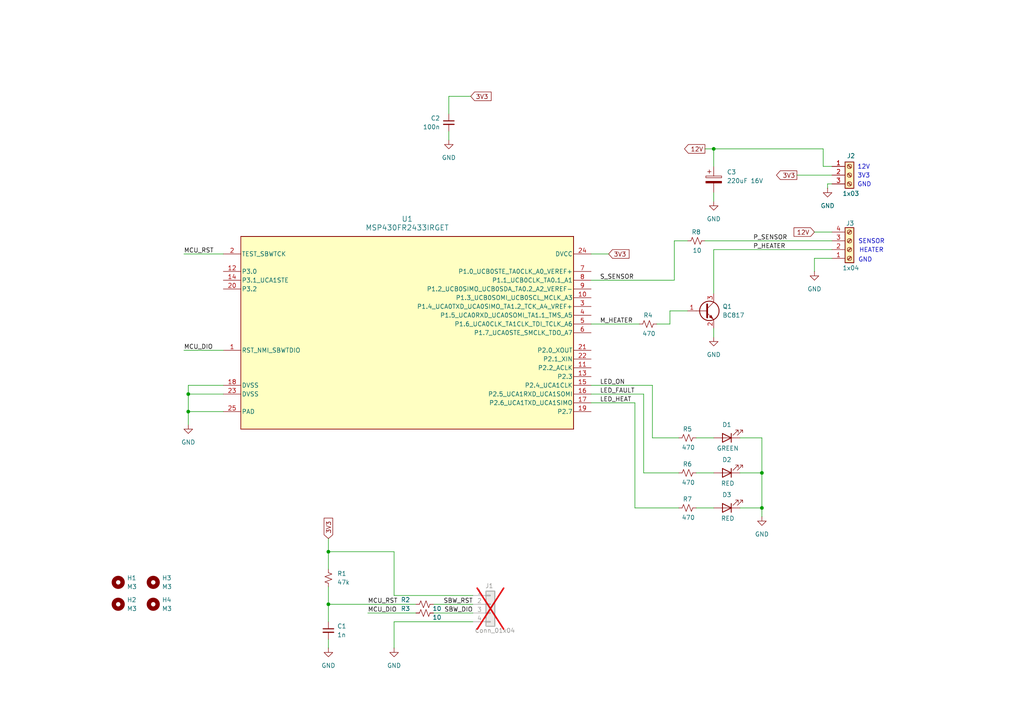
<source format=kicad_sch>
(kicad_sch (version 20250114) (generator "eeschema") (generator_version "9.0")
  (paper "A4")
  (lib_symbols
    (symbol "Connector:Screw_Terminal_01x03" (pin_names (offset 1.016) (hide yes))
      (property "Reference" "J" (at 0 5.08 0))
      (property "Value" "Screw_Terminal_01x03" (at 0 -5.08 0))
      (symbol "Screw_Terminal_01x03_1_1"
        (rectangle (start -1.27 3.81) (end 1.27 -3.81) (stroke (width 0.254)) (fill (type background)))
        (polyline (pts (xy -0.5334 2.8702) (xy 0.3302 2.032)) (stroke (width 0.1524)))
        (polyline (pts (xy -0.5334 0.3302) (xy 0.3302 -0.508)) (stroke (width 0.1524)))
        (polyline (pts (xy -0.5334 -2.2098) (xy 0.3302 -3.048)) (stroke (width 0.1524)))
        (polyline (pts (xy -0.3556 3.048) (xy 0.508 2.2098)) (stroke (width 0.1524)))
        (polyline (pts (xy -0.3556 0.508) (xy 0.508 -0.3302)) (stroke (width 0.1524)))
        (polyline (pts (xy -0.3556 -2.032) (xy 0.508 -2.8702)) (stroke (width 0.1524)))
        (circle (center 0 2.54) (radius 0.635) (stroke (width 0.1524)))
        (circle (center 0 0) (radius 0.635) (stroke (width 0.1524)))
        (circle (center 0 -2.54) (radius 0.635) (stroke (width 0.1524)))
        (pin passive line (at -5.08 2.54 0) (length 3.81) (name "Pin_1") (number "1"))
        (pin passive line (at -5.08 0 0) (length 3.81) (name "Pin_2") (number "2"))
        (pin passive line (at -5.08 -2.54 0) (length 3.81) (name "Pin_3") (number "3"))
      )
    )
    (symbol "Connector:Screw_Terminal_01x04" (pin_names (offset 1.016) (hide yes))
      (property "Reference" "J" (at 0 5.08 0))
      (property "Value" "Screw_Terminal_01x04" (at 0 -7.62 0))
      (symbol "Screw_Terminal_01x04_1_1"
        (rectangle (start -1.27 3.81) (end 1.27 -6.35) (stroke (width 0.254)) (fill (type background)))
        (polyline (pts (xy -0.5334 2.8702) (xy 0.3302 2.032)) (stroke (width 0.1524)))
        (polyline (pts (xy -0.5334 0.3302) (xy 0.3302 -0.508)) (stroke (width 0.1524)))
        (polyline (pts (xy -0.5334 -2.2098) (xy 0.3302 -3.048)) (stroke (width 0.1524)))
        (polyline (pts (xy -0.5334 -4.7498) (xy 0.3302 -5.588)) (stroke (width 0.1524)))
        (polyline (pts (xy -0.3556 3.048) (xy 0.508 2.2098)) (stroke (width 0.1524)))
        (polyline (pts (xy -0.3556 0.508) (xy 0.508 -0.3302)) (stroke (width 0.1524)))
        (polyline (pts (xy -0.3556 -2.032) (xy 0.508 -2.8702)) (stroke (width 0.1524)))
        (polyline (pts (xy -0.3556 -4.572) (xy 0.508 -5.4102)) (stroke (width 0.1524)))
        (circle (center 0 2.54) (radius 0.635) (stroke (width 0.1524)))
        (circle (center 0 0) (radius 0.635) (stroke (width 0.1524)))
        (circle (center 0 -2.54) (radius 0.635) (stroke (width 0.1524)))
        (circle (center 0 -5.08) (radius 0.635) (stroke (width 0.1524)))
        (pin passive line (at -5.08 2.54 0) (length 3.81) (name "Pin_1") (number "1"))
        (pin passive line (at -5.08 0 0) (length 3.81) (name "Pin_2") (number "2"))
        (pin passive line (at -5.08 -2.54 0) (length 3.81) (name "Pin_3") (number "3"))
        (pin passive line (at -5.08 -5.08 0) (length 3.81) (name "Pin_4") (number "4"))
      )
    )
    (symbol "Connector_Generic:Conn_01x04" (pin_names (offset 1.016) (hide yes))
      (property "Reference" "J" (at 0 5.08 0))
      (property "Value" "Conn_01x04" (at 0 -7.62 0))
      (symbol "Conn_01x04_1_1"
        (rectangle (start -1.27 3.81) (end 1.27 -6.35) (stroke (width 0.254)) (fill (type background)))
        (rectangle (start -1.27 2.667) (end 0 2.413) (stroke (width 0.1524)))
        (rectangle (start -1.27 0.127) (end 0 -0.127) (stroke (width 0.1524)))
        (rectangle (start -1.27 -2.413) (end 0 -2.667) (stroke (width 0.1524)))
        (rectangle (start -1.27 -4.953) (end 0 -5.207) (stroke (width 0.1524)))
        (pin passive line (at -5.08 2.54 0) (length 3.81) (name "Pin_1") (number "1"))
        (pin passive line (at -5.08 0 0) (length 3.81) (name "Pin_2") (number "2"))
        (pin passive line (at -5.08 -2.54 0) (length 3.81) (name "Pin_3") (number "3"))
        (pin passive line (at -5.08 -5.08 0) (length 3.81) (name "Pin_4") (number "4"))
      )
    )
    (symbol "Device:C_Polarized" (pin_numbers (hide yes)) (pin_names (offset 0.254))
      (property "Reference" "C" (at 0.635 2.54 0))
      (property "Value" "C_Polarized" (at 0.635 -2.54 0))
      (symbol "C_Polarized_0_1"
        (rectangle (start -2.286 0.508) (end 2.286 1.016))
        (polyline (pts (xy -1.778 2.286) (xy -0.762 2.286)))
        (polyline (pts (xy -1.27 2.794) (xy -1.27 1.778)))
        (rectangle (start 2.286 -0.508) (end -2.286 -1.016) (fill (type outline)))
      )
      (symbol "C_Polarized_1_1"
        (pin passive line (at 0 3.81 270) (length 2.794) (name "~") (number "1"))
        (pin passive line (at 0 -3.81 90) (length 2.794) (name "~") (number "2"))
      )
    )
    (symbol "Device:C_Small" (pin_numbers (hide yes)) (pin_names (offset 0.254) (hide yes))
      (property "Reference" "C" (at 0.254 1.778 0))
      (property "Value" "C_Small" (at 0.254 -2.032 0))
      (symbol "C_Small_0_1"
        (polyline (pts (xy -1.524 0.508) (xy 1.524 0.508)) (stroke (width 0.3048)))
        (polyline (pts (xy -1.524 -0.508) (xy 1.524 -0.508)) (stroke (width 0.3302)))
      )
      (symbol "C_Small_1_1"
        (pin passive line (at 0 2.54 270) (length 2.032) (name "~") (number "1"))
        (pin passive line (at 0 -2.54 90) (length 2.032) (name "~") (number "2"))
      )
    )
    (symbol "Device:LED" (pin_numbers (hide yes)) (pin_names (offset 1.016) (hide yes))
      (property "Reference" "D" (at 0 2.54 0))
      (property "Value" "LED" (at 0 -2.54 0))
      (symbol "LED_0_1"
        (polyline (pts (xy -3.048 -0.762) (xy -4.572 -2.286) (xy -3.81 -2.286) (xy -4.572 -2.286) (xy -4.572 -1.524)))
        (polyline (pts (xy -1.778 -0.762) (xy -3.302 -2.286) (xy -2.54 -2.286) (xy -3.302 -2.286) (xy -3.302 -1.524)))
        (polyline (pts (xy -1.27 0) (xy 1.27 0)))
        (polyline (pts (xy -1.27 -1.27) (xy -1.27 1.27)) (stroke (width 0.254)))
        (polyline (pts (xy 1.27 -1.27) (xy 1.27 1.27) (xy -1.27 0) (xy 1.27 -1.27)) (stroke (width 0.254)))
      )
      (symbol "LED_1_1"
        (pin passive line (at -3.81 0 0) (length 2.54) (name "K") (number "1"))
        (pin passive line (at 3.81 0 180) (length 2.54) (name "A") (number "2"))
      )
    )
    (symbol "Device:R_Small_US" (pin_numbers (hide yes)) (pin_names (offset 0.254) (hide yes))
      (property "Reference" "R" (at 0.762 0.508 0))
      (property "Value" "R_Small_US" (at 0.762 -1.016 0))
      (symbol "R_Small_US_1_1"
        (polyline (pts (xy 0 1.524) (xy 1.016 1.143) (xy 0 0.762) (xy -1.016 0.381) (xy 0 0)))
        (polyline (pts (xy 0 0) (xy 1.016 -0.381) (xy 0 -0.762) (xy -1.016 -1.143) (xy 0 -1.524)))
        (pin passive line (at 0 2.54 270) (length 1.016) (name "~") (number "1"))
        (pin passive line (at 0 -2.54 90) (length 1.016) (name "~") (number "2"))
      )
    )
    (symbol "MSP430FR2433:MSP430FR2433IRGET" (pin_names (offset 0.254))
      (property "Reference" "U" (at -47.498 29.464 0))
      (property "Value" "MSP430FR2433IRGET" (at -35.306 -29.464 0))
      (symbol "MSP430FR2433IRGET_0_1"
        (polyline (pts (xy -48.26 27.94) (xy -48.26 -27.94)) (stroke (width 0.2032)))
        (polyline (pts (xy -48.26 -27.94) (xy 48.26 -27.94)) (stroke (width 0.2032)))
        (polyline (pts (xy 48.26 27.94) (xy -48.26 27.94)) (stroke (width 0.2032)))
        (polyline (pts (xy 48.26 -27.94) (xy 48.26 27.94)) (stroke (width 0.2032)))
        (pin power_in line (at -53.34 22.86 0) (length 5.08) (name "DVCC") (number "24"))
        (pin bidirectional line (at -53.34 17.78 0) (length 5.08) (name "P1.0_UCB0STE_TA0CLK_A0_VEREF+") (number "7"))
        (pin bidirectional line (at -53.34 15.24 0) (length 5.08) (name "P1.1_UCB0CLK_TA0.1_A1") (number "8"))
        (pin bidirectional line (at -53.34 12.7 0) (length 5.08) (name "P1.2_UCB0SIMO_UCB0SDA_TA0.2_A2_VEREF-") (number "9"))
        (pin bidirectional line (at -53.34 10.16 0) (length 5.08) (name "P1.3_UCB0SOMI_UCB0SCL_MCLK_A3") (number "10"))
        (pin bidirectional line (at -53.34 7.62 0) (length 5.08) (name "P1.4_UCA0TXD_UCA0SIMO_TA1.2_TCK_A4_VREF+") (number "3"))
        (pin bidirectional line (at -53.34 5.08 0) (length 5.08) (name "P1.5_UCA0RXD_UCA0SOMI_TA1.1_TMS_A5") (number "4"))
        (pin bidirectional line (at -53.34 2.54 0) (length 5.08) (name "P1.6_UCA0CLK_TA1CLK_TDI_TCLK_A6") (number "5"))
        (pin bidirectional line (at -53.34 0 0) (length 5.08) (name "P1.7_UCA0STE_SMCLK_TDO_A7") (number "6"))
        (pin bidirectional line (at -53.34 -5.08 0) (length 5.08) (name "P2.0_XOUT") (number "21"))
        (pin bidirectional line (at -53.34 -7.62 0) (length 5.08) (name "P2.1_XIN") (number "22"))
        (pin bidirectional line (at -53.34 -10.16 0) (length 5.08) (name "P2.2_ACLK") (number "11"))
        (pin bidirectional line (at -53.34 -12.7 0) (length 5.08) (name "P2.3") (number "13"))
        (pin bidirectional line (at -53.34 -15.24 0) (length 5.08) (name "P2.4_UCA1CLK") (number "15"))
        (pin bidirectional line (at -53.34 -17.78 0) (length 5.08) (name "P2.5_UCA1RXD_UCA1SOMI") (number "16"))
        (pin bidirectional line (at -53.34 -20.32 0) (length 5.08) (name "P2.6_UCA1TXD_UCA1SIMO") (number "17"))
        (pin bidirectional line (at -53.34 -22.86 0) (length 5.08) (name "P2.7") (number "19"))
        (pin input line (at 53.34 22.86 180) (length 5.08) (name "TEST_SBWTCK") (number "2"))
        (pin bidirectional line (at 53.34 17.78 180) (length 5.08) (name "P3.0") (number "12"))
        (pin bidirectional line (at 53.34 15.24 180) (length 5.08) (name "P3.1_UCA1STE") (number "14"))
        (pin bidirectional line (at 53.34 12.7 180) (length 5.08) (name "P3.2") (number "20"))
        (pin bidirectional line (at 53.34 -5.08 180) (length 5.08) (name "RST_NMI_SBWTDIO") (number "1"))
        (pin power_in line (at 53.34 -15.24 180) (length 5.08) (name "DVSS") (number "18"))
        (pin power_in line (at 53.34 -17.78 180) (length 5.08) (name "DVSS") (number "23"))
        (pin power_in line (at 53.34 -22.86 180) (length 5.08) (name "PAD") (number "25"))
      )
      (symbol "MSP430FR2433IRGET_1_1"
        (rectangle (start -48.26 27.94) (end 48.26 -27.94) (fill (type background)))
      )
    )
    (symbol "Mechanical:MountingHole" (pin_names (offset 1.016)) (in_bom no)
      (property "Reference" "H" (at 0 5.08 0))
      (property "Value" "MountingHole" (at 0 3.175 0))
      (symbol "MountingHole_0_1"
        (circle (center 0 0) (radius 1.27) (stroke (width 1.27)))
      )
    )
    (symbol "Transistor_BJT:BC817" (pin_names (offset 0) (hide yes))
      (property "Reference" "Q" (at 5.08 1.905 0))
      (property "Value" "BC817" (at 5.08 0 0))
      (symbol "BC817_0_1"
        (polyline (pts (xy -2.54 0) (xy 0.635 0)))
        (polyline (pts (xy 0.635 1.905) (xy 0.635 -1.905)) (stroke (width 0.508)))
        (circle (center 1.27 0) (radius 2.8194) (stroke (width 0.254)))
      )
      (symbol "BC817_1_1"
        (polyline (pts (xy 0.635 0.635) (xy 2.54 2.54)))
        (polyline (pts (xy 0.635 -0.635) (xy 2.54 -2.54)))
        (polyline (pts (xy 1.27 -1.778) (xy 1.778 -1.27) (xy 2.286 -2.286) (xy 1.27 -1.778)) (fill (type outline)))
        (pin input line (at -5.08 0 0) (length 2.54) (name "B") (number "1"))
        (pin passive line (at 2.54 5.08 270) (length 2.54) (name "C") (number "3"))
        (pin passive line (at 2.54 -5.08 90) (length 2.54) (name "E") (number "2"))
      )
    )
    (symbol "power:GND" (power) (pin_numbers (hide yes)) (pin_names (offset 0) (hide yes))
      (property "Value" "GND" (at 0 -3.81 0))
      (symbol "GND_0_1"
        (polyline (pts (xy 0 0) (xy 0 -1.27) (xy 1.27 -1.27) (xy 0 -2.54) (xy -1.27 -1.27) (xy 0 -1.27)))
      )
      (symbol "GND_1_1"
        (pin power_in line (at 0 0 270) (length 0) (name "~") (number "1"))
      )
    )
  )
  (text "GND" (at 248.92 75.438 0) (effects (font (size 1.27 1.27)) (justify left)))
  (text "HEATER" (at 249.174 72.644 0) (effects (font (size 1.27 1.27)) (justify left)))
  (text "SENSOR" (at 248.92 70.104 0) (effects (font (size 1.27 1.27)) (justify left)))
  (text "12V" (at 248.666 48.514 0) (effects (font (size 1.27 1.27)) (justify left)))
  (text "3V3" (at 248.666 51.054 0) (effects (font (size 1.27 1.27)) (justify left)))
  (text "GND" (at 248.666 53.594 0) (effects (font (size 1.27 1.27)) (justify left)))
  (junction (at 95.25 160.02))
  (junction (at 220.98 137.16))
  (junction (at 207.01 43.18))
  (junction (at 220.98 147.32))
  (junction (at 54.61 114.3))
  (junction (at 95.25 175.26))
  (junction (at 54.61 119.38))
  (wire (pts (xy 207.01 55.88) (xy 207.01 58.42)))
  (wire (pts (xy 106.68 177.8) (xy 120.65 177.8)))
  (wire (pts (xy 130.175 27.94) (xy 130.175 33.02)))
  (wire (pts (xy 207.01 72.39) (xy 241.3 72.39)))
  (wire (pts (xy 194.31 90.17) (xy 199.39 90.17)))
  (wire (pts (xy 196.85 127) (xy 189.23 127)))
  (wire (pts (xy 54.61 123.19) (xy 54.61 119.38)))
  (wire (pts (xy 184.15 116.84) (xy 184.15 147.32)))
  (wire (pts (xy 64.77 73.66) (xy 53.34 73.66)))
  (wire (pts (xy 64.77 119.38) (xy 54.61 119.38)))
  (wire (pts (xy 125.73 175.26) (xy 137.16 175.26)))
  (wire (pts (xy 220.98 149.86) (xy 220.98 147.32)))
  (wire (pts (xy 241.3 53.34) (xy 240.03 53.34)))
  (wire (pts (xy 64.77 114.3) (xy 54.61 114.3)))
  (wire (pts (xy 114.3 180.34) (xy 114.3 187.96)))
  (wire (pts (xy 171.45 93.98) (xy 185.42 93.98)))
  (wire (pts (xy 220.98 137.16) (xy 220.98 127)))
  (wire (pts (xy 114.3 172.72) (xy 137.16 172.72)))
  (wire (pts (xy 95.25 185.42) (xy 95.25 187.96)))
  (wire (pts (xy 238.76 48.26) (xy 241.3 48.26)))
  (wire (pts (xy 171.45 114.3) (xy 186.69 114.3)))
  (wire (pts (xy 95.25 170.18) (xy 95.25 175.26)))
  (wire (pts (xy 195.58 69.85) (xy 199.39 69.85)))
  (wire (pts (xy 190.5 93.98) (xy 194.31 93.98)))
  (wire (pts (xy 189.23 127) (xy 189.23 111.76)))
  (wire (pts (xy 130.175 38.1) (xy 130.175 40.64)))
  (wire (pts (xy 171.45 81.28) (xy 195.58 81.28)))
  (wire (pts (xy 114.3 160.02) (xy 114.3 172.72)))
  (wire (pts (xy 171.45 116.84) (xy 184.15 116.84)))
  (wire (pts (xy 64.77 101.6) (xy 53.34 101.6)))
  (wire (pts (xy 231.14 50.8) (xy 241.3 50.8)))
  (wire (pts (xy 207.01 95.25) (xy 207.01 97.79)))
  (wire (pts (xy 238.76 43.18) (xy 238.76 48.26)))
  (wire (pts (xy 184.15 147.32) (xy 196.85 147.32)))
  (wire (pts (xy 201.93 127) (xy 207.01 127)))
  (wire (pts (xy 54.61 114.3) (xy 54.61 111.76)))
  (wire (pts (xy 240.03 53.34) (xy 240.03 54.61)))
  (wire (pts (xy 201.93 137.16) (xy 207.01 137.16)))
  (wire (pts (xy 189.23 111.76) (xy 171.45 111.76)))
  (wire (pts (xy 125.73 177.8) (xy 137.16 177.8)))
  (wire (pts (xy 54.61 119.38) (xy 54.61 114.3)))
  (wire (pts (xy 201.93 147.32) (xy 207.01 147.32)))
  (wire (pts (xy 176.53 73.66) (xy 171.45 73.66)))
  (wire (pts (xy 236.22 67.31) (xy 241.3 67.31)))
  (wire (pts (xy 194.31 93.98) (xy 194.31 90.17)))
  (wire (pts (xy 207.01 85.09) (xy 207.01 72.39)))
  (wire (pts (xy 137.16 180.34) (xy 114.3 180.34)))
  (wire (pts (xy 207.01 43.18) (xy 238.76 43.18)))
  (wire (pts (xy 207.01 43.18) (xy 207.01 48.26)))
  (wire (pts (xy 186.69 137.16) (xy 186.69 114.3)))
  (wire (pts (xy 214.63 147.32) (xy 220.98 147.32)))
  (wire (pts (xy 95.25 160.02) (xy 114.3 160.02)))
  (wire (pts (xy 196.85 137.16) (xy 186.69 137.16)))
  (wire (pts (xy 95.25 180.34) (xy 95.25 175.26)))
  (wire (pts (xy 204.47 43.18) (xy 207.01 43.18)))
  (wire (pts (xy 204.47 69.85) (xy 241.3 69.85)))
  (wire (pts (xy 241.3 74.93) (xy 236.22 74.93)))
  (wire (pts (xy 54.61 111.76) (xy 64.77 111.76)))
  (wire (pts (xy 95.25 175.26) (xy 120.65 175.26)))
  (wire (pts (xy 220.98 127) (xy 214.63 127)))
  (wire (pts (xy 95.25 156.21) (xy 95.25 160.02)))
  (wire (pts (xy 220.98 147.32) (xy 220.98 137.16)))
  (wire (pts (xy 236.22 74.93) (xy 236.22 78.74)))
  (wire (pts (xy 214.63 137.16) (xy 220.98 137.16)))
  (wire (pts (xy 195.58 69.85) (xy 195.58 81.28)))
  (wire (pts (xy 95.25 165.1) (xy 95.25 160.02)))
  (wire (pts (xy 136.525 27.94) (xy 130.175 27.94)))
  (label "P_SENSOR" (at 218.44 69.85 0))
  (label "SBW_RST" (at 137.16 175.26 180))
  (label "LED_ON" (at 173.99 111.76 0))
  (label "MCU_DIO" (at 53.34 101.6 0))
  (label "LED_HEAT" (at 173.99 116.84 0))
  (label "SBW_DIO" (at 137.16 177.8 180))
  (label "MCU_RST" (at 106.68 175.26 0))
  (label "P_HEATER" (at 218.44 72.39 0))
  (label "MCU_RST" (at 53.34 73.66 0))
  (label "MCU_DIO" (at 106.68 177.8 0))
  (label "M_HEATER" (at 173.99 93.98 0))
  (label "S_SENSOR" (at 173.99 81.28 0))
  (label "LED_FAULT" (at 173.99 114.3 0))
  (global_label "3V3" (shape input) (at 176.53 73.66 0) (property "Intersheetrefs" "${INTERSHEET_REFS}" (effects (hide yes))))
  (global_label "3V3" (shape input) (at 136.525 27.94 0) (property "Intersheetrefs" "${INTERSHEET_REFS}" (effects (hide yes))))
  (global_label "12V" (shape output) (at 204.47 43.18 180) (property "Intersheetrefs" "${INTERSHEET_REFS}" (effects (hide yes))))
  (global_label "3V3" (shape input) (at 95.25 156.21 90) (property "Intersheetrefs" "${INTERSHEET_REFS}" (effects (hide yes))))
  (global_label "12V" (shape input) (at 236.22 67.31 180) (property "Intersheetrefs" "${INTERSHEET_REFS}" (effects (hide yes))))
  (global_label "3V3" (shape output) (at 231.14 50.8 180) (property "Intersheetrefs" "${INTERSHEET_REFS}" (effects (hide yes))))
  (symbol (lib_id "Device:R_Small_US") (at 123.19 177.8 90) (unit 1)
    (property "Reference" "R3" (at 117.602 176.53 90))
    (property "Value" "10" (at 126.746 179.07 90))
    (property "Footprint" "Resistor_SMD:R_0603_1608Metric" (effects (hide yes)))
    (property "Description" "Resistor, small US symbol" (effects (hide yes)))
    (property "LCSC" "C109318" (effects (hide yes)))
    (property "MPN" "RC0603FR-0710RL" (effects (hide yes)))
    (property "Category" "Resistor" (effects (hide yes)))
  )
  (symbol (lib_id "Device:R_Small_US") (at 201.93 69.85 90) (unit 1)
    (property "Reference" "R8" (at 201.93 67.31 90))
    (property "Value" "10" (at 202.184 72.644 90))
    (property "Footprint" "Resistor_SMD:R_0603_1608Metric" (effects (hide yes)))
    (property "Description" "Resistor, small US symbol" (effects (hide yes)))
    (property "LCSC" "C109318" (effects (hide yes)))
    (property "MPN" "RC0603FR-0710RL" (effects (hide yes)))
    (property "Category" "Resistor" (effects (hide yes)))
  )
  (symbol (lib_id "Mechanical:MountingHole") (at 34.29 168.91 0) (unit 1) (in_bom no)
    (property "Reference" "H1" (at 36.83 167.6399 0) (effects (justify left)))
    (property "Value" "M3" (at 36.83 170.1799 0) (effects (justify left)))
    (property "Footprint" "MountingHole:MountingHole_3.2mm_M3" (effects (hide yes)))
    (property "Description" "Mounting Hole without connection" (effects (hide yes)))
  )
  (symbol (lib_id "Device:R_Small_US") (at 199.39 147.32 90) (unit 1)
    (property "Reference" "R7" (at 199.39 144.78 90))
    (property "Value" "470" (at 199.644 150.114 90))
    (property "Footprint" "Resistor_SMD:R_0603_1608Metric" (effects (hide yes)))
    (property "Description" "Resistor, small US symbol" (effects (hide yes)))
    (property "LCSC" "C109318" (effects (hide yes)))
    (property "MPN" "RC0603FR-0710RL" (effects (hide yes)))
    (property "Category" "Resistor" (effects (hide yes)))
  )
  (symbol (lib_id "Device:LED") (at 210.82 137.16 180) (unit 1)
    (property "Reference" "D2" (at 210.82 133.35 0))
    (property "Value" "RED" (at 211.074 140.208 0))
    (property "Footprint" "LED_SMD:LED_0805_2012Metric" (effects (hide yes)))
    (property "Description" "Light emitting diode" (effects (hide yes)))
    (property "Sim.Pins" "1=K 2=A" (effects (hide yes)))
  )
  (symbol (lib_id "Device:R_Small_US") (at 187.96 93.98 90) (unit 1)
    (property "Reference" "R4" (at 187.96 91.44 90))
    (property "Value" "470" (at 188.214 96.774 90))
    (property "Footprint" "Resistor_SMD:R_0603_1608Metric" (effects (hide yes)))
    (property "Description" "Resistor, small US symbol" (effects (hide yes)))
    (property "LCSC" "C109318" (effects (hide yes)))
    (property "MPN" "RC0603FR-0710RL" (effects (hide yes)))
    (property "Category" "Resistor" (effects (hide yes)))
  )
  (symbol (lib_id "power:GND") (at 95.25 187.96 0) (unit 1)
    (property "Reference" "#PWR02" (effects (hide yes)))
    (property "Value" "GND" (at 95.25 193.04 0))
    (property "Description" "Power symbol creates a global label with name \"GND\" , ground" (effects (hide yes)))
  )
  (symbol (lib_id "MSP430FR2433:MSP430FR2433IRGET") (at 118.11 96.52 0) (mirror y) (unit 1)
    (property "Reference" "U1" (at 118.11 63.5 0) (effects (font (size 1.524 1.524))))
    (property "Value" "MSP430FR2433IRGET" (at 118.11 66.04 0) (effects (font (size 1.524 1.524))))
    (property "Footprint" "Package_DFN_QFN:VQFN-24-1EP_4x4mm_P0.5mm_EP2.45x2.45mm" (effects (hide yes)))
    (property "Datasheet" "docs/MSP430FR2433 Datasheet.pdf" (effects (hide yes)))
    (property "MPN" "MSP430FR2433IRGET" (effects (hide yes)))
    (property "LCSC" "C191026" (effects (hide yes)))
    (property "Category" "Integrated Circuit" (effects (hide yes)))
  )
  (symbol (lib_id "power:GND") (at 207.01 58.42 0) (unit 1)
    (property "Reference" "#PWR05" (effects (hide yes)))
    (property "Value" "GND" (at 207.01 63.5 0))
    (property "Description" "Power symbol creates a global label with name \"GND\" , ground" (effects (hide yes)))
  )
  (symbol (lib_id "Device:C_Polarized") (at 207.01 52.07 0) (unit 1)
    (property "Reference" "C3" (at 210.82 49.9109 0) (effects (justify left)))
    (property "Value" "220uF 16V" (at 210.82 52.4509 0) (effects (justify left)))
    (property "Footprint" "Capacitor_SMD:CP_Elec_6.3x5.2" (effects (hide yes)))
    (property "Description" "Polarized capacitor" (effects (hide yes)))
  )
  (symbol (lib_id "Connector:Screw_Terminal_01x04") (at 246.38 72.39 0) (mirror x) (unit 1)
    (property "Reference" "J3" (at 245.364 64.77 0) (effects (justify left)))
    (property "Value" "1x04" (at 244.348 77.724 0) (effects (justify left)))
    (property "Footprint" "TerminalBlock_Phoenix:TerminalBlock_Phoenix_MKDS-1,5-4-5.08_1x04_P5.08mm_Horizontal" (effects (hide yes)))
    (property "Description" "Generic screw terminal, single row, 01x04, script generated (kicad-library-utils/schlib/autogen/connector/)" (effects (hide yes)))
  )
  (symbol (lib_id "power:GND") (at 114.3 187.96 0) (unit 1)
    (property "Reference" "#PWR03" (effects (hide yes)))
    (property "Value" "GND" (at 114.3 193.04 0))
    (property "Description" "Power symbol creates a global label with name \"GND\" , ground" (effects (hide yes)))
  )
  (symbol (lib_id "power:GND") (at 236.22 78.74 0) (unit 1)
    (property "Reference" "#PWR08" (effects (hide yes)))
    (property "Value" "GND" (at 236.22 83.82 0))
    (property "Description" "Power symbol creates a global label with name \"GND\" , ground" (effects (hide yes)))
  )
  (symbol (lib_id "Device:C_Small") (at 95.25 182.88 0) (unit 1)
    (property "Reference" "C1" (at 97.79 181.6162 0) (effects (justify left)))
    (property "Value" "1n" (at 97.79 184.1562 0) (effects (justify left)))
    (property "Footprint" "Capacitor_SMD:C_0603_1608Metric" (effects (hide yes)))
    (property "Description" "Unpolarized capacitor, small symbol" (effects (hide yes)))
    (property "LCSC" "C100040" (effects (hide yes)))
    (property "MPN" "CC0603KRX7R9BB102" (effects (hide yes)))
    (property "Category" "Capacitor" (effects (hide yes)))
  )
  (symbol (lib_id "Device:LED") (at 210.82 127 180) (unit 1)
    (property "Reference" "D1" (at 210.82 123.19 0))
    (property "Value" "GREEN" (at 211.074 130.048 0))
    (property "Footprint" "LED_SMD:LED_0805_2012Metric" (effects (hide yes)))
    (property "Description" "Light emitting diode" (effects (hide yes)))
    (property "Sim.Pins" "1=K 2=A" (effects (hide yes)))
  )
  (symbol (lib_id "power:GND") (at 240.03 54.61 0) (unit 1)
    (property "Reference" "#PWR09" (effects (hide yes)))
    (property "Value" "GND" (at 240.03 59.69 0))
    (property "Description" "Power symbol creates a global label with name \"GND\" , ground" (effects (hide yes)))
  )
  (symbol (lib_id "Device:R_Small_US") (at 199.39 137.16 90) (unit 1)
    (property "Reference" "R6" (at 199.39 134.62 90))
    (property "Value" "470" (at 199.644 139.954 90))
    (property "Footprint" "Resistor_SMD:R_0603_1608Metric" (effects (hide yes)))
    (property "Description" "Resistor, small US symbol" (effects (hide yes)))
    (property "LCSC" "C109318" (effects (hide yes)))
    (property "MPN" "RC0603FR-0710RL" (effects (hide yes)))
    (property "Category" "Resistor" (effects (hide yes)))
  )
  (symbol (lib_id "Mechanical:MountingHole") (at 34.29 175.26 0) (unit 1) (in_bom no)
    (property "Reference" "H2" (at 36.83 173.9899 0) (effects (justify left)))
    (property "Value" "M3" (at 36.83 176.5299 0) (effects (justify left)))
    (property "Footprint" "MountingHole:MountingHole_3.2mm_M3" (effects (hide yes)))
    (property "Description" "Mounting Hole without connection" (effects (hide yes)))
  )
  (symbol (lib_id "power:GND") (at 54.61 123.19 0) (mirror y) (unit 1)
    (property "Reference" "#PWR01" (effects (hide yes)))
    (property "Value" "GND" (at 54.61 128.27 0))
    (property "Description" "Power symbol creates a global label with name \"GND\" , ground" (effects (hide yes)))
  )
  (symbol (lib_id "Mechanical:MountingHole") (at 44.45 168.91 0) (unit 1) (in_bom no)
    (property "Reference" "H3" (at 46.99 167.6399 0) (effects (justify left)))
    (property "Value" "M3" (at 46.99 170.1799 0) (effects (justify left)))
    (property "Footprint" "MountingHole:MountingHole_3.2mm_M3" (effects (hide yes)))
    (property "Description" "Mounting Hole without connection" (effects (hide yes)))
  )
  (symbol (lib_id "Device:R_Small_US") (at 95.25 167.64 0) (unit 1)
    (property "Reference" "R1" (at 97.79 166.3699 0) (effects (justify left)))
    (property "Value" "47k" (at 97.79 168.9099 0) (effects (justify left)))
    (property "Footprint" "Resistor_SMD:R_0603_1608Metric" (effects (hide yes)))
    (property "Description" "Resistor, small US symbol" (effects (hide yes)))
    (property "LCSC" "C105579" (effects (hide yes)))
    (property "MPN" "RC0603FR-0747KL" (effects (hide yes)))
    (property "Category" "Resistor" (effects (hide yes)))
  )
  (symbol (lib_id "Device:R_Small_US") (at 199.39 127 90) (unit 1)
    (property "Reference" "R5" (at 199.39 124.46 90))
    (property "Value" "470" (at 199.644 129.794 90))
    (property "Footprint" "Resistor_SMD:R_0603_1608Metric" (effects (hide yes)))
    (property "Description" "Resistor, small US symbol" (effects (hide yes)))
    (property "LCSC" "C109318" (effects (hide yes)))
    (property "MPN" "RC0603FR-0710RL" (effects (hide yes)))
    (property "Category" "Resistor" (effects (hide yes)))
  )
  (symbol (lib_id "Device:R_Small_US") (at 123.19 175.26 90) (unit 1)
    (property "Reference" "R2" (at 117.602 173.99 90))
    (property "Value" "10" (at 126.746 176.53 90))
    (property "Footprint" "Resistor_SMD:R_0603_1608Metric" (effects (hide yes)))
    (property "Description" "Resistor, small US symbol" (effects (hide yes)))
    (property "LCSC" "C109318" (effects (hide yes)))
    (property "MPN" "RC0603FR-0710RL" (effects (hide yes)))
    (property "Category" "Resistor" (effects (hide yes)))
  )
  (symbol (lib_id "Device:C_Small") (at 130.175 35.56 0) (mirror y) (unit 1)
    (property "Reference" "C2" (at 127.635 34.2962 0) (effects (justify left)))
    (property "Value" "100n" (at 127.635 36.8362 0) (effects (justify left)))
    (property "Footprint" "Capacitor_SMD:C_0603_1608Metric" (effects (hide yes)))
    (property "Description" "Unpolarized capacitor, small symbol" (effects (hide yes)))
    (property "MPN" "CC0603KRX7R9BB104" (effects (hide yes)))
    (property "LCSC" "C14663" (effects (hide yes)))
    (property "Category" "Capacitor" (effects (hide yes)))
  )
  (symbol (lib_id "Connector:Screw_Terminal_01x03") (at 246.38 50.8 0) (unit 1)
    (property "Reference" "J2" (at 245.618 45.212 0) (effects (justify left)))
    (property "Value" "1x03" (at 244.348 56.134 0) (effects (justify left)))
    (property "Footprint" "TerminalBlock_Phoenix:TerminalBlock_Phoenix_MKDS-1,5-3-5.08_1x03_P5.08mm_Horizontal" (effects (hide yes)))
    (property "Description" "Generic screw terminal, single row, 01x03, script generated (kicad-library-utils/schlib/autogen/connector/)" (effects (hide yes)))
  )
  (symbol (lib_id "Device:LED") (at 210.82 147.32 180) (unit 1)
    (property "Reference" "D3" (at 210.82 143.51 0))
    (property "Value" "RED" (at 211.074 150.368 0))
    (property "Footprint" "LED_SMD:LED_0805_2012Metric" (effects (hide yes)))
    (property "Description" "Light emitting diode" (effects (hide yes)))
    (property "Sim.Pins" "1=K 2=A" (effects (hide yes)))
  )
  (symbol (lib_id "power:GND") (at 130.175 40.64 0) (mirror y) (unit 1)
    (property "Reference" "#PWR04" (effects (hide yes)))
    (property "Value" "GND" (at 130.175 45.72 0))
    (property "Description" "Power symbol creates a global label with name \"GND\" , ground" (effects (hide yes)))
  )
  (symbol (lib_id "power:GND") (at 207.01 97.79 0) (unit 1)
    (property "Reference" "#PWR06" (effects (hide yes)))
    (property "Value" "GND" (at 207.01 102.87 0))
    (property "Description" "Power symbol creates a global label with name \"GND\" , ground" (effects (hide yes)))
  )
  (symbol (lib_id "Connector_Generic:Conn_01x04") (at 142.24 175.26 0) (unit 1) (dnp yes)
    (property "Reference" "J1" (at 140.716 169.926 0) (effects (justify left)))
    (property "Value" "Conn_01x04" (at 137.668 182.88 0) (effects (justify left)))
    (property "Footprint" "Connector_PinSocket_2.54mm:PinSocket_1x04_P2.54mm_Vertical" (effects (hide yes)))
    (property "Description" "Generic connector, single row, 01x04, script generated (kicad-library-utils/schlib/autogen/connector/)" (effects (hide yes)))
    (property "Category" "Connector" (effects (hide yes)))
  )
  (symbol (lib_id "power:GND") (at 220.98 149.86 0) (unit 1)
    (property "Reference" "#PWR07" (effects (hide yes)))
    (property "Value" "GND" (at 220.98 154.94 0))
    (property "Description" "Power symbol creates a global label with name \"GND\" , ground" (effects (hide yes)))
  )
  (symbol (lib_id "Mechanical:MountingHole") (at 44.45 175.26 0) (unit 1) (in_bom no)
    (property "Reference" "H4" (at 46.99 173.9899 0) (effects (justify left)))
    (property "Value" "M3" (at 46.99 176.5299 0) (effects (justify left)))
    (property "Footprint" "MountingHole:MountingHole_3.2mm_M3" (effects (hide yes)))
    (property "Description" "Mounting Hole without connection" (effects (hide yes)))
  )
  (symbol (lib_id "Transistor_BJT:BC817") (at 204.47 90.17 0) (unit 1)
    (property "Reference" "Q1" (at 209.55 88.8999 0) (effects (justify left)))
    (property "Value" "BC817" (at 209.55 91.4399 0) (effects (justify left)))
    (property "Footprint" "Package_TO_SOT_SMD:SOT-23" (effects (hide yes)))
    (property "Datasheet" "https://www.onsemi.com/pub/Collateral/BC818-D.pdf" (effects (hide yes)))
    (property "Description" "0.8A Ic, 45V Vce, NPN Transistor, SOT-23" (effects (hide yes)))
    (property "Sim.Device" "NPN" (effects (hide yes)))
    (property "Sim.Pins" "1=B 2=E 3=C" (effects (hide yes)))
  )
)
</source>
